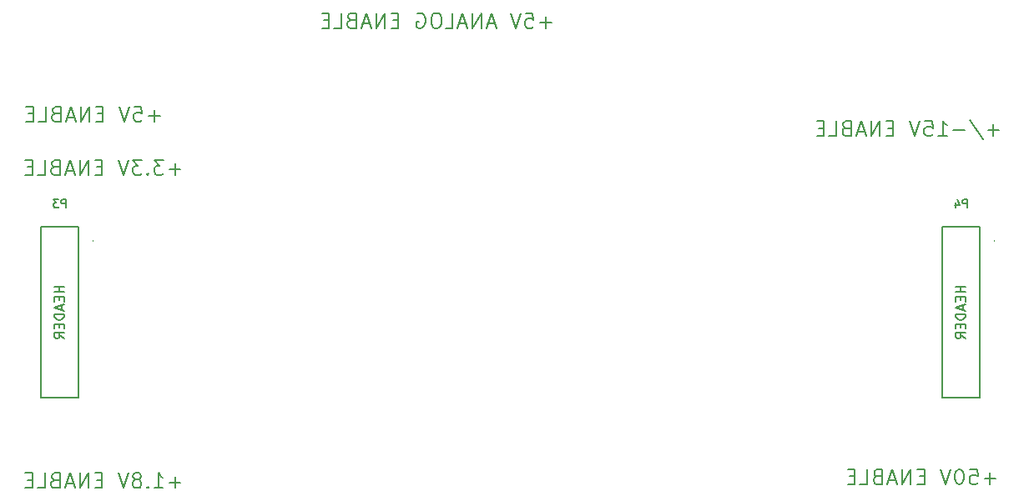
<source format=gbo>
G04 #@! TF.FileFunction,Legend,Bot*
%FSLAX46Y46*%
G04 Gerber Fmt 4.6, Leading zero omitted, Abs format (unit mm)*
G04 Created by KiCad (PCBNEW (2015-04-19 BZR 5613)-product) date 7/7/2015 8:10:23 PM*
%MOMM*%
G01*
G04 APERTURE LIST*
%ADD10C,0.100000*%
%ADD11C,0.203200*%
%ADD12C,0.150000*%
%ADD13C,0.127000*%
G04 APERTURE END LIST*
D10*
D11*
X188945157Y-124835557D02*
X187784014Y-124835557D01*
X188364585Y-125416129D02*
X188364585Y-124254986D01*
X186332586Y-123892129D02*
X187058300Y-123892129D01*
X187130871Y-124617843D01*
X187058300Y-124545271D01*
X186913157Y-124472700D01*
X186550300Y-124472700D01*
X186405157Y-124545271D01*
X186332586Y-124617843D01*
X186260014Y-124762986D01*
X186260014Y-125125843D01*
X186332586Y-125270986D01*
X186405157Y-125343557D01*
X186550300Y-125416129D01*
X186913157Y-125416129D01*
X187058300Y-125343557D01*
X187130871Y-125270986D01*
X185316585Y-123892129D02*
X185171442Y-123892129D01*
X185026299Y-123964700D01*
X184953728Y-124037271D01*
X184881157Y-124182414D01*
X184808585Y-124472700D01*
X184808585Y-124835557D01*
X184881157Y-125125843D01*
X184953728Y-125270986D01*
X185026299Y-125343557D01*
X185171442Y-125416129D01*
X185316585Y-125416129D01*
X185461728Y-125343557D01*
X185534299Y-125270986D01*
X185606871Y-125125843D01*
X185679442Y-124835557D01*
X185679442Y-124472700D01*
X185606871Y-124182414D01*
X185534299Y-124037271D01*
X185461728Y-123964700D01*
X185316585Y-123892129D01*
X184373156Y-123892129D02*
X183865156Y-125416129D01*
X183357156Y-123892129D01*
X181688013Y-124617843D02*
X181180013Y-124617843D01*
X180962299Y-125416129D02*
X181688013Y-125416129D01*
X181688013Y-123892129D01*
X180962299Y-123892129D01*
X180309156Y-125416129D02*
X180309156Y-123892129D01*
X179438299Y-125416129D01*
X179438299Y-123892129D01*
X178785156Y-124980700D02*
X178059442Y-124980700D01*
X178930299Y-125416129D02*
X178422299Y-123892129D01*
X177914299Y-125416129D01*
X176898299Y-124617843D02*
X176680585Y-124690414D01*
X176608013Y-124762986D01*
X176535442Y-124908129D01*
X176535442Y-125125843D01*
X176608013Y-125270986D01*
X176680585Y-125343557D01*
X176825727Y-125416129D01*
X177406299Y-125416129D01*
X177406299Y-123892129D01*
X176898299Y-123892129D01*
X176753156Y-123964700D01*
X176680585Y-124037271D01*
X176608013Y-124182414D01*
X176608013Y-124327557D01*
X176680585Y-124472700D01*
X176753156Y-124545271D01*
X176898299Y-124617843D01*
X177406299Y-124617843D01*
X175156585Y-125416129D02*
X175882299Y-125416129D01*
X175882299Y-123892129D01*
X174648585Y-124617843D02*
X174140585Y-124617843D01*
X173922871Y-125416129D02*
X174648585Y-125416129D01*
X174648585Y-123892129D01*
X173922871Y-123892129D01*
X189277171Y-89453357D02*
X188116028Y-89453357D01*
X188696599Y-90033929D02*
X188696599Y-88872786D01*
X186301742Y-88437357D02*
X187608028Y-90396786D01*
X185793743Y-89453357D02*
X184632600Y-89453357D01*
X183108600Y-90033929D02*
X183979457Y-90033929D01*
X183544029Y-90033929D02*
X183544029Y-88509929D01*
X183689172Y-88727643D01*
X183834314Y-88872786D01*
X183979457Y-88945357D01*
X181729743Y-88509929D02*
X182455457Y-88509929D01*
X182528028Y-89235643D01*
X182455457Y-89163071D01*
X182310314Y-89090500D01*
X181947457Y-89090500D01*
X181802314Y-89163071D01*
X181729743Y-89235643D01*
X181657171Y-89380786D01*
X181657171Y-89743643D01*
X181729743Y-89888786D01*
X181802314Y-89961357D01*
X181947457Y-90033929D01*
X182310314Y-90033929D01*
X182455457Y-89961357D01*
X182528028Y-89888786D01*
X181221742Y-88509929D02*
X180713742Y-90033929D01*
X180205742Y-88509929D01*
X178536599Y-89235643D02*
X178028599Y-89235643D01*
X177810885Y-90033929D02*
X178536599Y-90033929D01*
X178536599Y-88509929D01*
X177810885Y-88509929D01*
X177157742Y-90033929D02*
X177157742Y-88509929D01*
X176286885Y-90033929D01*
X176286885Y-88509929D01*
X175633742Y-89598500D02*
X174908028Y-89598500D01*
X175778885Y-90033929D02*
X175270885Y-88509929D01*
X174762885Y-90033929D01*
X173746885Y-89235643D02*
X173529171Y-89308214D01*
X173456599Y-89380786D01*
X173384028Y-89525929D01*
X173384028Y-89743643D01*
X173456599Y-89888786D01*
X173529171Y-89961357D01*
X173674313Y-90033929D01*
X174254885Y-90033929D01*
X174254885Y-88509929D01*
X173746885Y-88509929D01*
X173601742Y-88582500D01*
X173529171Y-88655071D01*
X173456599Y-88800214D01*
X173456599Y-88945357D01*
X173529171Y-89090500D01*
X173601742Y-89163071D01*
X173746885Y-89235643D01*
X174254885Y-89235643D01*
X172005171Y-90033929D02*
X172730885Y-90033929D01*
X172730885Y-88509929D01*
X171497171Y-89235643D02*
X170989171Y-89235643D01*
X170771457Y-90033929D02*
X171497171Y-90033929D01*
X171497171Y-88509929D01*
X170771457Y-88509929D01*
X143856528Y-78505957D02*
X142695385Y-78505957D01*
X143275956Y-79086529D02*
X143275956Y-77925386D01*
X141243957Y-77562529D02*
X141969671Y-77562529D01*
X142042242Y-78288243D01*
X141969671Y-78215671D01*
X141824528Y-78143100D01*
X141461671Y-78143100D01*
X141316528Y-78215671D01*
X141243957Y-78288243D01*
X141171385Y-78433386D01*
X141171385Y-78796243D01*
X141243957Y-78941386D01*
X141316528Y-79013957D01*
X141461671Y-79086529D01*
X141824528Y-79086529D01*
X141969671Y-79013957D01*
X142042242Y-78941386D01*
X140735956Y-77562529D02*
X140227956Y-79086529D01*
X139719956Y-77562529D01*
X138123384Y-78651100D02*
X137397670Y-78651100D01*
X138268527Y-79086529D02*
X137760527Y-77562529D01*
X137252527Y-79086529D01*
X136744527Y-79086529D02*
X136744527Y-77562529D01*
X135873670Y-79086529D01*
X135873670Y-77562529D01*
X135220527Y-78651100D02*
X134494813Y-78651100D01*
X135365670Y-79086529D02*
X134857670Y-77562529D01*
X134349670Y-79086529D01*
X133115956Y-79086529D02*
X133841670Y-79086529D01*
X133841670Y-77562529D01*
X132317670Y-77562529D02*
X132027384Y-77562529D01*
X131882242Y-77635100D01*
X131737099Y-77780243D01*
X131664527Y-78070529D01*
X131664527Y-78578529D01*
X131737099Y-78868814D01*
X131882242Y-79013957D01*
X132027384Y-79086529D01*
X132317670Y-79086529D01*
X132462813Y-79013957D01*
X132607956Y-78868814D01*
X132680527Y-78578529D01*
X132680527Y-78070529D01*
X132607956Y-77780243D01*
X132462813Y-77635100D01*
X132317670Y-77562529D01*
X130213099Y-77635100D02*
X130358242Y-77562529D01*
X130575956Y-77562529D01*
X130793671Y-77635100D01*
X130938813Y-77780243D01*
X131011385Y-77925386D01*
X131083956Y-78215671D01*
X131083956Y-78433386D01*
X131011385Y-78723671D01*
X130938813Y-78868814D01*
X130793671Y-79013957D01*
X130575956Y-79086529D01*
X130430813Y-79086529D01*
X130213099Y-79013957D01*
X130140528Y-78941386D01*
X130140528Y-78433386D01*
X130430813Y-78433386D01*
X128326242Y-78288243D02*
X127818242Y-78288243D01*
X127600528Y-79086529D02*
X128326242Y-79086529D01*
X128326242Y-77562529D01*
X127600528Y-77562529D01*
X126947385Y-79086529D02*
X126947385Y-77562529D01*
X126076528Y-79086529D01*
X126076528Y-77562529D01*
X125423385Y-78651100D02*
X124697671Y-78651100D01*
X125568528Y-79086529D02*
X125060528Y-77562529D01*
X124552528Y-79086529D01*
X123536528Y-78288243D02*
X123318814Y-78360814D01*
X123246242Y-78433386D01*
X123173671Y-78578529D01*
X123173671Y-78796243D01*
X123246242Y-78941386D01*
X123318814Y-79013957D01*
X123463956Y-79086529D01*
X124044528Y-79086529D01*
X124044528Y-77562529D01*
X123536528Y-77562529D01*
X123391385Y-77635100D01*
X123318814Y-77707671D01*
X123246242Y-77852814D01*
X123246242Y-77997957D01*
X123318814Y-78143100D01*
X123391385Y-78215671D01*
X123536528Y-78288243D01*
X124044528Y-78288243D01*
X121794814Y-79086529D02*
X122520528Y-79086529D01*
X122520528Y-77562529D01*
X121286814Y-78288243D02*
X120778814Y-78288243D01*
X120561100Y-79086529D02*
X121286814Y-79086529D01*
X121286814Y-77562529D01*
X120561100Y-77562529D01*
X106237314Y-125229257D02*
X105076171Y-125229257D01*
X105656742Y-125809829D02*
X105656742Y-124648686D01*
X103552171Y-125809829D02*
X104423028Y-125809829D01*
X103987600Y-125809829D02*
X103987600Y-124285829D01*
X104132743Y-124503543D01*
X104277885Y-124648686D01*
X104423028Y-124721257D01*
X102899028Y-125664686D02*
X102826456Y-125737257D01*
X102899028Y-125809829D01*
X102971599Y-125737257D01*
X102899028Y-125664686D01*
X102899028Y-125809829D01*
X101955600Y-124938971D02*
X102100742Y-124866400D01*
X102173314Y-124793829D01*
X102245885Y-124648686D01*
X102245885Y-124576114D01*
X102173314Y-124430971D01*
X102100742Y-124358400D01*
X101955600Y-124285829D01*
X101665314Y-124285829D01*
X101520171Y-124358400D01*
X101447600Y-124430971D01*
X101375028Y-124576114D01*
X101375028Y-124648686D01*
X101447600Y-124793829D01*
X101520171Y-124866400D01*
X101665314Y-124938971D01*
X101955600Y-124938971D01*
X102100742Y-125011543D01*
X102173314Y-125084114D01*
X102245885Y-125229257D01*
X102245885Y-125519543D01*
X102173314Y-125664686D01*
X102100742Y-125737257D01*
X101955600Y-125809829D01*
X101665314Y-125809829D01*
X101520171Y-125737257D01*
X101447600Y-125664686D01*
X101375028Y-125519543D01*
X101375028Y-125229257D01*
X101447600Y-125084114D01*
X101520171Y-125011543D01*
X101665314Y-124938971D01*
X100939599Y-124285829D02*
X100431599Y-125809829D01*
X99923599Y-124285829D01*
X98254456Y-125011543D02*
X97746456Y-125011543D01*
X97528742Y-125809829D02*
X98254456Y-125809829D01*
X98254456Y-124285829D01*
X97528742Y-124285829D01*
X96875599Y-125809829D02*
X96875599Y-124285829D01*
X96004742Y-125809829D01*
X96004742Y-124285829D01*
X95351599Y-125374400D02*
X94625885Y-125374400D01*
X95496742Y-125809829D02*
X94988742Y-124285829D01*
X94480742Y-125809829D01*
X93464742Y-125011543D02*
X93247028Y-125084114D01*
X93174456Y-125156686D01*
X93101885Y-125301829D01*
X93101885Y-125519543D01*
X93174456Y-125664686D01*
X93247028Y-125737257D01*
X93392170Y-125809829D01*
X93972742Y-125809829D01*
X93972742Y-124285829D01*
X93464742Y-124285829D01*
X93319599Y-124358400D01*
X93247028Y-124430971D01*
X93174456Y-124576114D01*
X93174456Y-124721257D01*
X93247028Y-124866400D01*
X93319599Y-124938971D01*
X93464742Y-125011543D01*
X93972742Y-125011543D01*
X91723028Y-125809829D02*
X92448742Y-125809829D01*
X92448742Y-124285829D01*
X91215028Y-125011543D02*
X90707028Y-125011543D01*
X90489314Y-125809829D02*
X91215028Y-125809829D01*
X91215028Y-124285829D01*
X90489314Y-124285829D01*
X106237314Y-93428457D02*
X105076171Y-93428457D01*
X105656742Y-94009029D02*
X105656742Y-92847886D01*
X104495600Y-92485029D02*
X103552171Y-92485029D01*
X104060171Y-93065600D01*
X103842457Y-93065600D01*
X103697314Y-93138171D01*
X103624743Y-93210743D01*
X103552171Y-93355886D01*
X103552171Y-93718743D01*
X103624743Y-93863886D01*
X103697314Y-93936457D01*
X103842457Y-94009029D01*
X104277885Y-94009029D01*
X104423028Y-93936457D01*
X104495600Y-93863886D01*
X102899028Y-93863886D02*
X102826456Y-93936457D01*
X102899028Y-94009029D01*
X102971599Y-93936457D01*
X102899028Y-93863886D01*
X102899028Y-94009029D01*
X102318457Y-92485029D02*
X101375028Y-92485029D01*
X101883028Y-93065600D01*
X101665314Y-93065600D01*
X101520171Y-93138171D01*
X101447600Y-93210743D01*
X101375028Y-93355886D01*
X101375028Y-93718743D01*
X101447600Y-93863886D01*
X101520171Y-93936457D01*
X101665314Y-94009029D01*
X102100742Y-94009029D01*
X102245885Y-93936457D01*
X102318457Y-93863886D01*
X100939599Y-92485029D02*
X100431599Y-94009029D01*
X99923599Y-92485029D01*
X98254456Y-93210743D02*
X97746456Y-93210743D01*
X97528742Y-94009029D02*
X98254456Y-94009029D01*
X98254456Y-92485029D01*
X97528742Y-92485029D01*
X96875599Y-94009029D02*
X96875599Y-92485029D01*
X96004742Y-94009029D01*
X96004742Y-92485029D01*
X95351599Y-93573600D02*
X94625885Y-93573600D01*
X95496742Y-94009029D02*
X94988742Y-92485029D01*
X94480742Y-94009029D01*
X93464742Y-93210743D02*
X93247028Y-93283314D01*
X93174456Y-93355886D01*
X93101885Y-93501029D01*
X93101885Y-93718743D01*
X93174456Y-93863886D01*
X93247028Y-93936457D01*
X93392170Y-94009029D01*
X93972742Y-94009029D01*
X93972742Y-92485029D01*
X93464742Y-92485029D01*
X93319599Y-92557600D01*
X93247028Y-92630171D01*
X93174456Y-92775314D01*
X93174456Y-92920457D01*
X93247028Y-93065600D01*
X93319599Y-93138171D01*
X93464742Y-93210743D01*
X93972742Y-93210743D01*
X91723028Y-94009029D02*
X92448742Y-94009029D01*
X92448742Y-92485029D01*
X91215028Y-93210743D02*
X90707028Y-93210743D01*
X90489314Y-94009029D02*
X91215028Y-94009029D01*
X91215028Y-92485029D01*
X90489314Y-92485029D01*
X104145443Y-88005557D02*
X102984300Y-88005557D01*
X103564871Y-88586129D02*
X103564871Y-87424986D01*
X101532872Y-87062129D02*
X102258586Y-87062129D01*
X102331157Y-87787843D01*
X102258586Y-87715271D01*
X102113443Y-87642700D01*
X101750586Y-87642700D01*
X101605443Y-87715271D01*
X101532872Y-87787843D01*
X101460300Y-87932986D01*
X101460300Y-88295843D01*
X101532872Y-88440986D01*
X101605443Y-88513557D01*
X101750586Y-88586129D01*
X102113443Y-88586129D01*
X102258586Y-88513557D01*
X102331157Y-88440986D01*
X101024871Y-87062129D02*
X100516871Y-88586129D01*
X100008871Y-87062129D01*
X98339728Y-87787843D02*
X97831728Y-87787843D01*
X97614014Y-88586129D02*
X98339728Y-88586129D01*
X98339728Y-87062129D01*
X97614014Y-87062129D01*
X96960871Y-88586129D02*
X96960871Y-87062129D01*
X96090014Y-88586129D01*
X96090014Y-87062129D01*
X95436871Y-88150700D02*
X94711157Y-88150700D01*
X95582014Y-88586129D02*
X95074014Y-87062129D01*
X94566014Y-88586129D01*
X93550014Y-87787843D02*
X93332300Y-87860414D01*
X93259728Y-87932986D01*
X93187157Y-88078129D01*
X93187157Y-88295843D01*
X93259728Y-88440986D01*
X93332300Y-88513557D01*
X93477442Y-88586129D01*
X94058014Y-88586129D01*
X94058014Y-87062129D01*
X93550014Y-87062129D01*
X93404871Y-87134700D01*
X93332300Y-87207271D01*
X93259728Y-87352414D01*
X93259728Y-87497557D01*
X93332300Y-87642700D01*
X93404871Y-87715271D01*
X93550014Y-87787843D01*
X94058014Y-87787843D01*
X91808300Y-88586129D02*
X92534014Y-88586129D01*
X92534014Y-87062129D01*
X91300300Y-87787843D02*
X90792300Y-87787843D01*
X90574586Y-88586129D02*
X91300300Y-88586129D01*
X91300300Y-87062129D01*
X90574586Y-87062129D01*
D12*
X187320000Y-99250000D02*
X183520000Y-99250000D01*
X183520000Y-99250000D02*
X183520000Y-116650000D01*
X183520000Y-116650000D02*
X187320000Y-116650000D01*
X187320000Y-116650000D02*
X187320000Y-99250000D01*
X188813852Y-100690000D02*
G75*
G03X188813852Y-100690000I-53852J0D01*
G01*
X95880000Y-99250000D02*
X92080000Y-99250000D01*
X92080000Y-99250000D02*
X92080000Y-116650000D01*
X92080000Y-116650000D02*
X95880000Y-116650000D01*
X95880000Y-116650000D02*
X95880000Y-99250000D01*
X97373852Y-100690000D02*
G75*
G03X97373852Y-100690000I-53852J0D01*
G01*
D13*
X186019923Y-97317695D02*
X186019923Y-96504895D01*
X185710285Y-96504895D01*
X185632876Y-96543600D01*
X185594171Y-96582305D01*
X185555466Y-96659714D01*
X185555466Y-96775829D01*
X185594171Y-96853238D01*
X185632876Y-96891943D01*
X185710285Y-96930648D01*
X186019923Y-96930648D01*
X184858780Y-96775829D02*
X184858780Y-97317695D01*
X185052304Y-96466190D02*
X185245828Y-97046762D01*
X184742666Y-97046762D01*
D12*
X185872381Y-105330952D02*
X184872381Y-105330952D01*
X185348571Y-105330952D02*
X185348571Y-105902381D01*
X185872381Y-105902381D02*
X184872381Y-105902381D01*
X185348571Y-106378571D02*
X185348571Y-106711905D01*
X185872381Y-106854762D02*
X185872381Y-106378571D01*
X184872381Y-106378571D01*
X184872381Y-106854762D01*
X185586667Y-107235714D02*
X185586667Y-107711905D01*
X185872381Y-107140476D02*
X184872381Y-107473809D01*
X185872381Y-107807143D01*
X185872381Y-108140476D02*
X184872381Y-108140476D01*
X184872381Y-108378571D01*
X184920000Y-108521429D01*
X185015238Y-108616667D01*
X185110476Y-108664286D01*
X185300952Y-108711905D01*
X185443810Y-108711905D01*
X185634286Y-108664286D01*
X185729524Y-108616667D01*
X185824762Y-108521429D01*
X185872381Y-108378571D01*
X185872381Y-108140476D01*
X185348571Y-109140476D02*
X185348571Y-109473810D01*
X185872381Y-109616667D02*
X185872381Y-109140476D01*
X184872381Y-109140476D01*
X184872381Y-109616667D01*
X185872381Y-110616667D02*
X185396190Y-110283333D01*
X185872381Y-110045238D02*
X184872381Y-110045238D01*
X184872381Y-110426191D01*
X184920000Y-110521429D01*
X184967619Y-110569048D01*
X185062857Y-110616667D01*
X185205714Y-110616667D01*
X185300952Y-110569048D01*
X185348571Y-110521429D01*
X185396190Y-110426191D01*
X185396190Y-110045238D01*
D13*
X94579923Y-97317695D02*
X94579923Y-96504895D01*
X94270285Y-96504895D01*
X94192876Y-96543600D01*
X94154171Y-96582305D01*
X94115466Y-96659714D01*
X94115466Y-96775829D01*
X94154171Y-96853238D01*
X94192876Y-96891943D01*
X94270285Y-96930648D01*
X94579923Y-96930648D01*
X93844533Y-96504895D02*
X93341371Y-96504895D01*
X93612304Y-96814533D01*
X93496190Y-96814533D01*
X93418780Y-96853238D01*
X93380076Y-96891943D01*
X93341371Y-96969352D01*
X93341371Y-97162876D01*
X93380076Y-97240286D01*
X93418780Y-97278990D01*
X93496190Y-97317695D01*
X93728418Y-97317695D01*
X93805828Y-97278990D01*
X93844533Y-97240286D01*
D12*
X94432381Y-105330952D02*
X93432381Y-105330952D01*
X93908571Y-105330952D02*
X93908571Y-105902381D01*
X94432381Y-105902381D02*
X93432381Y-105902381D01*
X93908571Y-106378571D02*
X93908571Y-106711905D01*
X94432381Y-106854762D02*
X94432381Y-106378571D01*
X93432381Y-106378571D01*
X93432381Y-106854762D01*
X94146667Y-107235714D02*
X94146667Y-107711905D01*
X94432381Y-107140476D02*
X93432381Y-107473809D01*
X94432381Y-107807143D01*
X94432381Y-108140476D02*
X93432381Y-108140476D01*
X93432381Y-108378571D01*
X93480000Y-108521429D01*
X93575238Y-108616667D01*
X93670476Y-108664286D01*
X93860952Y-108711905D01*
X94003810Y-108711905D01*
X94194286Y-108664286D01*
X94289524Y-108616667D01*
X94384762Y-108521429D01*
X94432381Y-108378571D01*
X94432381Y-108140476D01*
X93908571Y-109140476D02*
X93908571Y-109473810D01*
X94432381Y-109616667D02*
X94432381Y-109140476D01*
X93432381Y-109140476D01*
X93432381Y-109616667D01*
X94432381Y-110616667D02*
X93956190Y-110283333D01*
X94432381Y-110045238D02*
X93432381Y-110045238D01*
X93432381Y-110426191D01*
X93480000Y-110521429D01*
X93527619Y-110569048D01*
X93622857Y-110616667D01*
X93765714Y-110616667D01*
X93860952Y-110569048D01*
X93908571Y-110521429D01*
X93956190Y-110426191D01*
X93956190Y-110045238D01*
M02*

</source>
